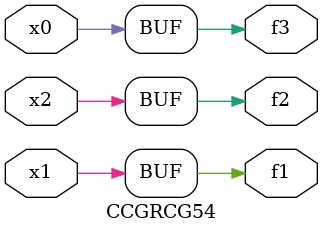
<source format=v>
module CCGRCG54(
	input x0, x1, x2,
	output f1, f2, f3
);
	assign f1 = x1;
	assign f2 = x2;
	assign f3 = x0;
endmodule

</source>
